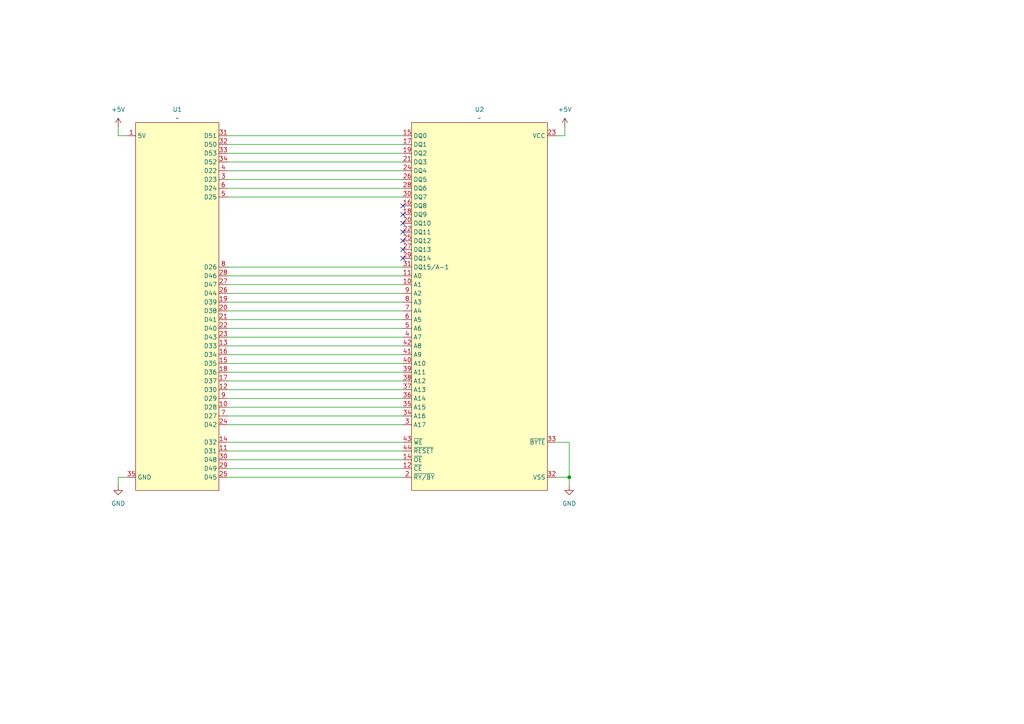
<source format=kicad_sch>
(kicad_sch (version 20231120) (generator "eeschema") (generator_version "8.0")
  (paper "A4")
  (lib_symbols
    (symbol "Am29F400B:Am29F400B"
      (property "Reference" "U" (at 0 0 0))
      (symbol "Am29F400B_1_1"
        (rectangle (start -11.43 -1.27) (end 27.94 -107.95) (fill (type background)))
        (pin input line (at 30.48 -48.26 180) (length 2.54) (name "A1") (number "10"))
        (pin input line (at 30.48 -45.72 180) (length 2.54) (name "A0") (number "11"))
        (pin input line (at 30.48 -101.6 180) (length 2.54) (name "~{CE}") (number "12"))
        (pin passive line (at -13.97 -104.14 0) (length 2.54) hide (name "VSS") (number "13"))
        (pin input line (at 30.48 -99.06 180) (length 2.54) (name "~{OE}") (number "14"))
        (pin bidirectional line (at 30.48 -5.08 180) (length 2.54) (name "DQ0") (number "15"))
        (pin bidirectional line (at 30.48 -25.4 180) (length 2.54) (name "DQ8") (number "16"))
        (pin bidirectional line (at 30.48 -7.62 180) (length 2.54) (name "DQ1") (number "17"))
        (pin bidirectional line (at 30.48 -27.94 180) (length 2.54) (name "DQ9") (number "18"))
        (pin bidirectional line (at 30.48 -10.16 180) (length 2.54) (name "DQ2") (number "19"))
        (pin output line (at 30.48 -104.14 180) (length 2.54) (name "~{RY/BY}") (number "2"))
        (pin bidirectional line (at 30.48 -30.48 180) (length 2.54) (name "DQ10") (number "20"))
        (pin bidirectional line (at 30.48 -12.7 180) (length 2.54) (name "DQ3") (number "21"))
        (pin bidirectional line (at 30.48 -33.02 180) (length 2.54) (name "DQ11") (number "22"))
        (pin power_in line (at -13.97 -5.08 0) (length 2.54) (name "VCC") (number "23"))
        (pin bidirectional line (at 30.48 -15.24 180) (length 2.54) (name "DQ4") (number "24"))
        (pin bidirectional line (at 30.48 -35.56 180) (length 2.54) (name "DQ12") (number "25"))
        (pin bidirectional line (at 30.48 -17.78 180) (length 2.54) (name "DQ5") (number "26"))
        (pin bidirectional line (at 30.48 -38.1 180) (length 2.54) (name "DQ13") (number "27"))
        (pin bidirectional line (at 30.48 -20.32 180) (length 2.54) (name "DQ6") (number "28"))
        (pin bidirectional line (at 30.48 -40.64 180) (length 2.54) (name "DQ14") (number "29"))
        (pin input line (at 30.48 -88.9 180) (length 2.54) (name "A17") (number "3"))
        (pin bidirectional line (at 30.48 -22.86 180) (length 2.54) (name "DQ7") (number "30"))
        (pin bidirectional line (at 30.48 -43.18 180) (length 2.54) (name "DQ15/A-1") (number "31"))
        (pin power_in line (at -13.97 -104.14 0) (length 2.54) (name "VSS") (number "32"))
        (pin input line (at -13.97 -93.98 0) (length 2.54) (name "~{BYTE}") (number "33"))
        (pin input line (at 30.48 -86.36 180) (length 2.54) (name "A16") (number "34"))
        (pin input line (at 30.48 -83.82 180) (length 2.54) (name "A15") (number "35"))
        (pin input line (at 30.48 -81.28 180) (length 2.54) (name "A14") (number "36"))
        (pin input line (at 30.48 -78.74 180) (length 2.54) (name "A13") (number "37"))
        (pin input line (at 30.48 -76.2 180) (length 2.54) (name "A12") (number "38"))
        (pin input line (at 30.48 -73.66 180) (length 2.54) (name "A11") (number "39"))
        (pin input line (at 30.48 -63.5 180) (length 2.54) (name "A7") (number "4"))
        (pin input line (at 30.48 -71.12 180) (length 2.54) (name "A10") (number "40"))
        (pin input line (at 30.48 -68.58 180) (length 2.54) (name "A9") (number "41"))
        (pin input line (at 30.48 -66.04 180) (length 2.54) (name "A8") (number "42"))
        (pin input line (at 30.48 -93.98 180) (length 2.54) (name "~{WE}") (number "43"))
        (pin input line (at 30.48 -96.52 180) (length 2.54) (name "~{RESET}") (number "44"))
        (pin input line (at 30.48 -60.96 180) (length 2.54) (name "A6") (number "5"))
        (pin input line (at 30.48 -58.42 180) (length 2.54) (name "A5") (number "6"))
        (pin input line (at 30.48 -55.88 180) (length 2.54) (name "A4") (number "7"))
        (pin input line (at 30.48 -53.34 180) (length 2.54) (name "A3") (number "8"))
        (pin input line (at 30.48 -50.8 180) (length 2.54) (name "A2") (number "9"))
      )
    )
    (symbol "MEGA_Port:MEGA_Port"
      (property "Reference" "U" (at 0 0 0))
      (symbol "MEGA_Port_1_1"
        (rectangle (start -12.7 -1.27) (end 11.43 -107.95) (fill (type background)))
        (pin power_out line (at -15.24 -5.08 0) (length 2.54) (name "5V") (number "1"))
        (pin bidirectional line (at 13.97 -83.82 180) (length 2.54) (name "D28") (number "10"))
        (pin bidirectional line (at 13.97 -96.52 180) (length 2.54) (name "D31") (number "11"))
        (pin bidirectional line (at 13.97 -78.74 180) (length 2.54) (name "D30") (number "12"))
        (pin bidirectional line (at 13.97 -66.04 180) (length 2.54) (name "D33") (number "13"))
        (pin bidirectional line (at 13.97 -93.98 180) (length 2.54) (name "D32") (number "14"))
        (pin bidirectional line (at 13.97 -71.12 180) (length 2.54) (name "D35") (number "15"))
        (pin bidirectional line (at 13.97 -68.58 180) (length 2.54) (name "D34") (number "16"))
        (pin bidirectional line (at 13.97 -76.2 180) (length 2.54) (name "D37") (number "17"))
        (pin bidirectional line (at 13.97 -73.66 180) (length 2.54) (name "D36") (number "18"))
        (pin bidirectional line (at 13.97 -53.34 180) (length 2.54) (name "D39") (number "19"))
        (pin passive line (at -15.24 -5.08 0) (length 2.54) hide (name "5V") (number "2"))
        (pin bidirectional line (at 13.97 -55.88 180) (length 2.54) (name "D38") (number "20"))
        (pin bidirectional line (at 13.97 -58.42 180) (length 2.54) (name "D41") (number "21"))
        (pin bidirectional line (at 13.97 -60.96 180) (length 2.54) (name "D40") (number "22"))
        (pin bidirectional line (at 13.97 -63.5 180) (length 2.54) (name "D43") (number "23"))
        (pin bidirectional line (at 13.97 -88.9 180) (length 2.54) (name "D42") (number "24"))
        (pin bidirectional line (at 13.97 -104.14 180) (length 2.54) (name "D45") (number "25"))
        (pin bidirectional line (at 13.97 -50.8 180) (length 2.54) (name "D44") (number "26"))
        (pin bidirectional line (at 13.97 -48.26 180) (length 2.54) (name "D47") (number "27"))
        (pin bidirectional line (at 13.97 -45.72 180) (length 2.54) (name "D46") (number "28"))
        (pin bidirectional line (at 13.97 -101.6 180) (length 2.54) (name "D49") (number "29"))
        (pin bidirectional line (at 13.97 -17.78 180) (length 2.54) (name "D23") (number "3"))
        (pin bidirectional line (at 13.97 -99.06 180) (length 2.54) (name "D48") (number "30"))
        (pin bidirectional line (at 13.97 -5.08 180) (length 2.54) (name "D51") (number "31"))
        (pin bidirectional line (at 13.97 -7.62 180) (length 2.54) (name "D50") (number "32"))
        (pin bidirectional line (at 13.97 -10.16 180) (length 2.54) (name "D53") (number "33"))
        (pin bidirectional line (at 13.97 -12.7 180) (length 2.54) (name "D52") (number "34"))
        (pin power_out line (at -15.24 -104.14 0) (length 2.54) (name "GND") (number "35"))
        (pin passive line (at -15.24 -104.14 0) (length 2.54) hide (name "GND") (number "36"))
        (pin bidirectional line (at 13.97 -15.24 180) (length 2.54) (name "D22") (number "4"))
        (pin bidirectional line (at 13.97 -22.86 180) (length 2.54) (name "D25") (number "5"))
        (pin bidirectional line (at 13.97 -20.32 180) (length 2.54) (name "D24") (number "6"))
        (pin bidirectional line (at 13.97 -86.36 180) (length 2.54) (name "D27") (number "7"))
        (pin bidirectional line (at 13.97 -43.18 180) (length 2.54) (name "D26") (number "8"))
        (pin bidirectional line (at 13.97 -81.28 180) (length 2.54) (name "D29") (number "9"))
      )
    )
    (symbol "power:+5V" (power) (pin_numbers hide) (pin_names (offset 0) hide)
      (property "Value" "+5V" (at 0 3.556 0))
      (symbol "+5V_0_1"
        (polyline (pts (xy -0.762 1.27) (xy 0 2.54)))
        (polyline (pts (xy 0 0) (xy 0 2.54)))
        (polyline (pts (xy 0 2.54) (xy 0.762 1.27)))
      )
      (symbol "+5V_1_1"
        (pin power_in line (at 0 0 90) (length 0) (name "~") (number "1"))
      )
    )
    (symbol "power:GND" (power) (pin_numbers hide) (pin_names (offset 0) hide)
      (property "Value" "GND" (at 0 -3.81 0))
      (symbol "GND_0_1"
        (polyline (pts (xy 0 0) (xy 0 -1.27) (xy 1.27 -1.27) (xy 0 -2.54) (xy -1.27 -1.27) (xy 0 -1.27)))
      )
      (symbol "GND_1_1"
        (pin power_in line (at 0 0 270) (length 0) (name "~") (number "1"))
      )
    )
  )
  (junction (at 165.1 138.43))
  (no_connect (at 116.84 72.39))
  (no_connect (at 116.84 69.85))
  (no_connect (at 116.84 67.31))
  (no_connect (at 116.84 59.69))
  (no_connect (at 116.84 74.93))
  (no_connect (at 281.94 -63.5))
  (no_connect (at 116.84 64.77))
  (no_connect (at 116.84 62.23))
  (wire (pts (xy 36.83 39.37) (xy 34.29 39.37)))
  (wire (pts (xy 163.83 36.83) (xy 163.83 39.37)))
  (wire (pts (xy 161.29 39.37) (xy 163.83 39.37)))
  (wire (pts (xy 66.04 82.55) (xy 116.84 82.55)))
  (wire (pts (xy 66.04 128.27) (xy 116.84 128.27)))
  (wire (pts (xy 66.04 87.63) (xy 116.84 87.63)))
  (wire (pts (xy 34.29 138.43) (xy 34.29 140.97)))
  (wire (pts (xy 66.04 133.35) (xy 116.84 133.35)))
  (wire (pts (xy 34.29 36.83) (xy 34.29 39.37)))
  (wire (pts (xy 66.04 52.07) (xy 116.84 52.07)))
  (wire (pts (xy 161.29 138.43) (xy 165.1 138.43)))
  (wire (pts (xy 66.04 120.65) (xy 116.84 120.65)))
  (wire (pts (xy 66.04 41.91) (xy 116.84 41.91)))
  (wire (pts (xy 66.04 123.19) (xy 116.84 123.19)))
  (wire (pts (xy 66.04 102.87) (xy 116.84 102.87)))
  (wire (pts (xy 66.04 92.71) (xy 116.84 92.71)))
  (wire (pts (xy 66.04 107.95) (xy 116.84 107.95)))
  (wire (pts (xy 66.04 46.99) (xy 116.84 46.99)))
  (wire (pts (xy 66.04 118.11) (xy 116.84 118.11)))
  (wire (pts (xy 66.04 105.41) (xy 116.84 105.41)))
  (wire (pts (xy 165.1 128.27) (xy 165.1 138.43)))
  (wire (pts (xy 66.04 54.61) (xy 116.84 54.61)))
  (wire (pts (xy 66.04 90.17) (xy 116.84 90.17)))
  (wire (pts (xy 36.83 138.43) (xy 34.29 138.43)))
  (wire (pts (xy 66.04 85.09) (xy 116.84 85.09)))
  (wire (pts (xy 165.1 138.43) (xy 165.1 140.97)))
  (wire (pts (xy 66.04 57.15) (xy 116.84 57.15)))
  (wire (pts (xy 66.04 113.03) (xy 116.84 113.03)))
  (wire (pts (xy 66.04 39.37) (xy 116.84 39.37)))
  (wire (pts (xy 66.04 95.25) (xy 116.84 95.25)))
  (wire (pts (xy 66.04 138.43) (xy 116.84 138.43)))
  (wire (pts (xy 66.04 130.81) (xy 116.84 130.81)))
  (wire (pts (xy 66.04 44.45) (xy 116.84 44.45)))
  (wire (pts (xy 66.04 77.47) (xy 116.84 77.47)))
  (wire (pts (xy 66.04 135.89) (xy 116.84 135.89)))
  (wire (pts (xy 66.04 110.49) (xy 116.84 110.49)))
  (wire (pts (xy 66.04 97.79) (xy 116.84 97.79)))
  (wire (pts (xy 66.04 80.01) (xy 116.84 80.01)))
  (wire (pts (xy 66.04 100.33) (xy 116.84 100.33)))
  (wire (pts (xy 161.29 128.27) (xy 165.1 128.27)))
  (wire (pts (xy 66.04 49.53) (xy 116.84 49.53)))
  (wire (pts (xy 66.04 115.57) (xy 116.84 115.57)))
  (symbol (lib_id "power:+5V") (at 163.83 36.83 0) (mirror y) (unit 1)
    (property "Reference" "#PWR04" (effects (hide yes)))
    (property "Value" "+5V" (at 163.83 31.75 0))
    (property "Description" "Power symbol creates a global label with name \"+5V\"" (effects (hide yes)))
  )
  (symbol (lib_id "MEGA_Port:MEGA_Port") (at 52.07 34.29 0) (unit 1)
    (property "Reference" "U1" (at 51.435 31.75 0))
    (property "Value" "~" (at 51.435 34.29 0))
    (property "Footprint" "Connector_PinHeader_2.54mm:PinHeader_2x18_P2.54mm_Vertical" (effects (hide yes)))
  )
  (symbol (lib_id "power:GND") (at 34.29 140.97 0) (unit 1)
    (property "Reference" "#PWR01" (effects (hide yes)))
    (property "Value" "GND" (at 34.29 146.05 0))
    (property "Description" "Power symbol creates a global label with name \"GND\" , ground" (effects (hide yes)))
  )
  (symbol (lib_id "Am29F400B:Am29F400B") (at 147.32 34.29 0) (mirror y) (unit 1)
    (property "Reference" "U2" (at 139.065 31.75 0))
    (property "Value" "~" (at 139.065 34.29 0))
    (property "Footprint" "Package_SO:SOP-44_13.3x28.2mm_P1.27mm" (effects (hide yes)))
  )
  (symbol (lib_id "power:GND") (at 165.1 140.97 0) (unit 1)
    (property "Reference" "#PWR03" (effects (hide yes)))
    (property "Value" "GND" (at 165.1 146.05 0))
    (property "Description" "Power symbol creates a global label with name \"GND\" , ground" (effects (hide yes)))
  )
  (symbol (lib_id "power:+5V") (at 34.29 36.83 0) (unit 1)
    (property "Reference" "#PWR02" (effects (hide yes)))
    (property "Value" "+5V" (at 34.29 31.75 0))
    (property "Description" "Power symbol creates a global label with name \"+5V\"" (effects (hide yes)))
  )
)
</source>
